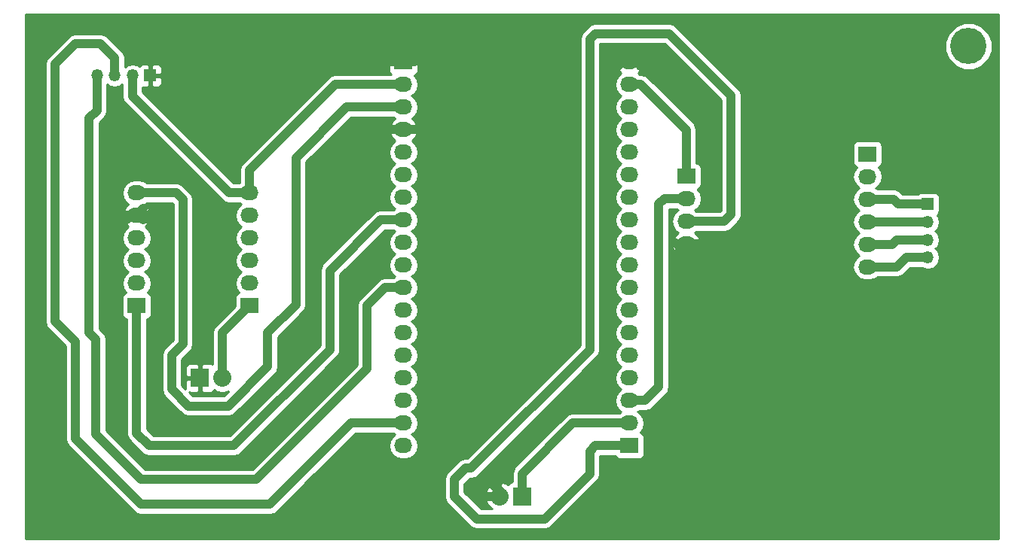
<source format=gbr>
G04 #@! TF.FileFunction,Copper,L2,Bot,Signal*
%FSLAX46Y46*%
G04 Gerber Fmt 4.6, Leading zero omitted, Abs format (unit mm)*
G04 Created by KiCad (PCBNEW 4.0.2+dfsg1-stable) date Fri 02 Mar 2018 05:51:11 PM -05*
%MOMM*%
G01*
G04 APERTURE LIST*
%ADD10C,0.100000*%
%ADD11R,2.032000X1.727200*%
%ADD12O,2.032000X1.727200*%
%ADD13R,2.032000X2.032000*%
%ADD14O,2.032000X2.032000*%
%ADD15R,1.350000X1.350000*%
%ADD16O,1.350000X1.350000*%
%ADD17C,4.064000*%
%ADD18C,1.000000*%
%ADD19C,0.254000*%
G04 APERTURE END LIST*
D10*
D11*
X104648000Y-83312000D03*
D12*
X104648000Y-80772000D03*
X104648000Y-78232000D03*
X104648000Y-75692000D03*
X104648000Y-73152000D03*
X104648000Y-70612000D03*
D11*
X166420800Y-68732400D03*
D12*
X166420800Y-71272400D03*
X166420800Y-73812400D03*
X166420800Y-76352400D03*
D11*
X186753500Y-66230500D03*
D12*
X186753500Y-68770500D03*
X186753500Y-71310500D03*
X186753500Y-73850500D03*
X186753500Y-76390500D03*
X186753500Y-78930500D03*
D11*
X117348000Y-83312000D03*
D12*
X117348000Y-80772000D03*
X117348000Y-78232000D03*
X117348000Y-75692000D03*
X117348000Y-73152000D03*
X117348000Y-70612000D03*
D13*
X147955000Y-104775000D03*
D14*
X145415000Y-104775000D03*
D13*
X111760000Y-91440000D03*
D14*
X114300000Y-91440000D03*
D11*
X134620000Y-55880000D03*
D12*
X134620000Y-58420000D03*
X134620000Y-60960000D03*
X134620000Y-63500000D03*
X134620000Y-66040000D03*
X134620000Y-68580000D03*
X134620000Y-71120000D03*
X134620000Y-73660000D03*
X134620000Y-76200000D03*
X134620000Y-78740000D03*
X134620000Y-81280000D03*
X134620000Y-83820000D03*
X134620000Y-86360000D03*
X134620000Y-88900000D03*
X134620000Y-91440000D03*
X134620000Y-93980000D03*
X134620000Y-96520000D03*
X134620000Y-99060000D03*
D11*
X160020000Y-99060000D03*
D12*
X160020000Y-96520000D03*
X160020000Y-93980000D03*
X160020000Y-91440000D03*
X160020000Y-88900000D03*
X160020000Y-86360000D03*
X160020000Y-83820000D03*
X160020000Y-81280000D03*
X160020000Y-78740000D03*
X160020000Y-76200000D03*
X160020000Y-73660000D03*
X160020000Y-71120000D03*
X160020000Y-68580000D03*
X160020000Y-66040000D03*
X160020000Y-63500000D03*
X160020000Y-60960000D03*
X160020000Y-58420000D03*
X160020000Y-55880000D03*
D15*
X106172000Y-57404000D03*
D16*
X104172000Y-57404000D03*
X102172000Y-57404000D03*
X100172000Y-57404000D03*
D15*
X193548000Y-71882000D03*
D16*
X193548000Y-73882000D03*
X193548000Y-75882000D03*
X193548000Y-77882000D03*
D17*
X198120000Y-54102000D03*
X198120000Y-106426000D03*
X95758000Y-106426000D03*
D18*
X104172000Y-57404000D02*
X104172000Y-59722000D01*
X115062000Y-70612000D02*
X117348000Y-70612000D01*
X104172000Y-59722000D02*
X115062000Y-70612000D01*
X117348000Y-70612000D02*
X117348000Y-68072000D01*
X127000000Y-58420000D02*
X134620000Y-58420000D01*
X117348000Y-68072000D02*
X127000000Y-58420000D01*
X102172000Y-57404000D02*
X102172000Y-55436000D01*
X128778000Y-96520000D02*
X134620000Y-96520000D01*
X119634000Y-105664000D02*
X128778000Y-96520000D01*
X105156000Y-105664000D02*
X119634000Y-105664000D01*
X97790000Y-98298000D02*
X105156000Y-105664000D01*
X97790000Y-87376000D02*
X97790000Y-98298000D01*
X95504000Y-85090000D02*
X97790000Y-87376000D01*
X95504000Y-56134000D02*
X95504000Y-85090000D01*
X97790000Y-53848000D02*
X95504000Y-56134000D01*
X100584000Y-53848000D02*
X97790000Y-53848000D01*
X102172000Y-55436000D02*
X100584000Y-53848000D01*
X100172000Y-57404000D02*
X100172000Y-61372000D01*
X132588000Y-81280000D02*
X134620000Y-81280000D01*
X130556000Y-83312000D02*
X132588000Y-81280000D01*
X130556000Y-90424000D02*
X130556000Y-83312000D01*
X118110000Y-102870000D02*
X130556000Y-90424000D01*
X105156000Y-102870000D02*
X118110000Y-102870000D01*
X100076000Y-97790000D02*
X105156000Y-102870000D01*
X100076000Y-87122000D02*
X100076000Y-97790000D01*
X99314000Y-86360000D02*
X100076000Y-87122000D01*
X99314000Y-62230000D02*
X99314000Y-86360000D01*
X100172000Y-61372000D02*
X99314000Y-62230000D01*
X160020000Y-58420000D02*
X161290000Y-58420000D01*
X166420800Y-63550800D02*
X166420800Y-68732400D01*
X161290000Y-58420000D02*
X166420800Y-63550800D01*
X166420800Y-68732400D02*
X166420800Y-68376800D01*
X166420800Y-71272400D02*
X163931600Y-71272400D01*
X161798000Y-93980000D02*
X160020000Y-93980000D01*
X163322000Y-92456000D02*
X161798000Y-93980000D01*
X163322000Y-71882000D02*
X163322000Y-92456000D01*
X163931600Y-71272400D02*
X163322000Y-71882000D01*
X166420800Y-73812400D02*
X170662600Y-73812400D01*
X156210000Y-99060000D02*
X160020000Y-99060000D01*
X155575000Y-99695000D02*
X156210000Y-99060000D01*
X155575000Y-102235000D02*
X155575000Y-99695000D01*
X150495000Y-107315000D02*
X155575000Y-102235000D01*
X142875000Y-107315000D02*
X150495000Y-107315000D01*
X140335000Y-104775000D02*
X142875000Y-107315000D01*
X140335000Y-102870000D02*
X140335000Y-104775000D01*
X141605000Y-101600000D02*
X140335000Y-102870000D01*
X142240000Y-101600000D02*
X141605000Y-101600000D01*
X155575000Y-88265000D02*
X142240000Y-101600000D01*
X155575000Y-53340000D02*
X155575000Y-88265000D01*
X156210000Y-52705000D02*
X155575000Y-53340000D01*
X164465000Y-52705000D02*
X156210000Y-52705000D01*
X171450000Y-59690000D02*
X164465000Y-52705000D01*
X171450000Y-73025000D02*
X171450000Y-59690000D01*
X170662600Y-73812400D02*
X171450000Y-73025000D01*
X166573200Y-73660000D02*
X166420800Y-73812400D01*
X193548000Y-71882000D02*
X190246000Y-71882000D01*
X189674500Y-71310500D02*
X186753500Y-71310500D01*
X190246000Y-71882000D02*
X189674500Y-71310500D01*
X186753500Y-73850500D02*
X193516500Y-73850500D01*
X193516500Y-73850500D02*
X193548000Y-73882000D01*
X186753500Y-76390500D02*
X189547500Y-76390500D01*
X190056000Y-75882000D02*
X193548000Y-75882000D01*
X189547500Y-76390500D02*
X190056000Y-75882000D01*
X186753500Y-78930500D02*
X190055500Y-78930500D01*
X191104000Y-77882000D02*
X193548000Y-77882000D01*
X190055500Y-78930500D02*
X191104000Y-77882000D01*
X104648000Y-70612000D02*
X109093000Y-70612000D01*
X128270000Y-60960000D02*
X134620000Y-60960000D01*
X122555000Y-66675000D02*
X128270000Y-60960000D01*
X122555000Y-83185000D02*
X122555000Y-66675000D01*
X119380000Y-86360000D02*
X122555000Y-83185000D01*
X119380000Y-90170000D02*
X119380000Y-86360000D01*
X114935000Y-94615000D02*
X119380000Y-90170000D01*
X110490000Y-94615000D02*
X114935000Y-94615000D01*
X108585000Y-92710000D02*
X110490000Y-94615000D01*
X108585000Y-88900000D02*
X108585000Y-92710000D01*
X109855000Y-87630000D02*
X108585000Y-88900000D01*
X109855000Y-71374000D02*
X109855000Y-87630000D01*
X109093000Y-70612000D02*
X109855000Y-71374000D01*
X104521000Y-70675500D02*
X105092500Y-70675500D01*
X104648000Y-73152000D02*
X105537000Y-73152000D01*
X105537000Y-73152000D02*
X106045000Y-73660000D01*
X104648000Y-73152000D02*
X104902000Y-73152000D01*
X104902000Y-73152000D02*
X105410000Y-73660000D01*
X105410000Y-73660000D02*
X104648000Y-73152000D01*
X104648000Y-73152000D02*
X105410000Y-72390000D01*
X104648000Y-73152000D02*
X105918000Y-73152000D01*
X105918000Y-73152000D02*
X106045000Y-73025000D01*
X104648000Y-73152000D02*
X102997000Y-73152000D01*
X102997000Y-73152000D02*
X102870000Y-73025000D01*
X104648000Y-73152000D02*
X104013000Y-73152000D01*
X104013000Y-73152000D02*
X103505000Y-73660000D01*
X145415000Y-104775000D02*
X143510000Y-104775000D01*
X145415000Y-104775000D02*
X145415000Y-104140000D01*
X145415000Y-104140000D02*
X144780000Y-103505000D01*
X134620000Y-63500000D02*
X132715000Y-63500000D01*
X134620000Y-63500000D02*
X136525000Y-63500000D01*
X160020000Y-55880000D02*
X159004000Y-55880000D01*
X159004000Y-55880000D02*
X158496000Y-55372000D01*
X160020000Y-55880000D02*
X161036000Y-55880000D01*
X161036000Y-55880000D02*
X161290000Y-56134000D01*
X161290000Y-56134000D02*
X161290000Y-56388000D01*
X161036000Y-55880000D02*
X161290000Y-55626000D01*
X161290000Y-55626000D02*
X160274000Y-55626000D01*
X160274000Y-55626000D02*
X160528000Y-55372000D01*
X160528000Y-55372000D02*
X161544000Y-55372000D01*
X160020000Y-55880000D02*
X159258000Y-55880000D01*
X159258000Y-55880000D02*
X158750000Y-56388000D01*
X160020000Y-55880000D02*
X160020000Y-55372000D01*
X160020000Y-55372000D02*
X159512000Y-54864000D01*
X160020000Y-55880000D02*
X159766000Y-55880000D01*
X159766000Y-55880000D02*
X159004000Y-55118000D01*
X160020000Y-55880000D02*
X160020000Y-55626000D01*
X160020000Y-55626000D02*
X161290000Y-54356000D01*
X134620000Y-55880000D02*
X135890000Y-55880000D01*
X135890000Y-55880000D02*
X136398000Y-55372000D01*
X134620000Y-55880000D02*
X134620000Y-54864000D01*
X134620000Y-54864000D02*
X135128000Y-54356000D01*
X134620000Y-55880000D02*
X134620000Y-55118000D01*
X134620000Y-55118000D02*
X134112000Y-54610000D01*
X134620000Y-55880000D02*
X133350000Y-55880000D01*
X133350000Y-55880000D02*
X132842000Y-55372000D01*
X134620000Y-55880000D02*
X133096000Y-54356000D01*
X134620000Y-55880000D02*
X135890000Y-54610000D01*
X166420800Y-76352400D02*
X166420800Y-76403200D01*
X166420800Y-76403200D02*
X165608000Y-77216000D01*
X165608000Y-77216000D02*
X166420800Y-77216000D01*
X166420800Y-77216000D02*
X168656000Y-77216000D01*
X168656000Y-77216000D02*
X168656000Y-76352400D01*
X168656000Y-76352400D02*
X166420800Y-76352400D01*
X166420800Y-76352400D02*
X166420800Y-76504800D01*
X166420800Y-76504800D02*
X167132000Y-77216000D01*
X166420800Y-76352400D02*
X166420800Y-77419200D01*
X166420800Y-77419200D02*
X166116000Y-77724000D01*
X166420800Y-76352400D02*
X165252400Y-76352400D01*
X165252400Y-76352400D02*
X165100000Y-76200000D01*
X104648000Y-83312000D02*
X104648000Y-97663000D01*
X132080000Y-73660000D02*
X134620000Y-73660000D01*
X126365000Y-79375000D02*
X132080000Y-73660000D01*
X126365000Y-88265000D02*
X126365000Y-79375000D01*
X115570000Y-99060000D02*
X126365000Y-88265000D01*
X106045000Y-99060000D02*
X115570000Y-99060000D01*
X104648000Y-97663000D02*
X106045000Y-99060000D01*
X114300000Y-91440000D02*
X114300000Y-86360000D01*
X114300000Y-86360000D02*
X117348000Y-83312000D01*
X147955000Y-104775000D02*
X147955000Y-102235000D01*
X153670000Y-96520000D02*
X160020000Y-96520000D01*
X147955000Y-102235000D02*
X153670000Y-96520000D01*
D19*
G36*
X201474000Y-109526000D02*
X92150000Y-109526000D01*
X92150000Y-56134000D01*
X94369000Y-56134000D01*
X94369000Y-85090000D01*
X94455397Y-85524346D01*
X94477506Y-85557434D01*
X94701434Y-85892566D01*
X96655000Y-87846132D01*
X96655000Y-98298000D01*
X96741397Y-98732346D01*
X96960329Y-99060000D01*
X96987434Y-99100566D01*
X104353434Y-106466566D01*
X104721654Y-106712603D01*
X105156000Y-106799000D01*
X119634000Y-106799000D01*
X120068346Y-106712603D01*
X120436566Y-106466566D01*
X124033132Y-102870000D01*
X139200000Y-102870000D01*
X139200000Y-104775000D01*
X139286397Y-105209346D01*
X139532434Y-105577566D01*
X142072433Y-108117566D01*
X142440654Y-108363603D01*
X142875000Y-108450000D01*
X150495000Y-108450000D01*
X150929346Y-108363603D01*
X151297566Y-108117566D01*
X156377566Y-103037566D01*
X156579734Y-102735000D01*
X156623603Y-102669346D01*
X156710000Y-102235000D01*
X156710000Y-100195000D01*
X158424057Y-100195000D01*
X158539910Y-100375041D01*
X158752110Y-100520031D01*
X159004000Y-100571040D01*
X161036000Y-100571040D01*
X161271317Y-100526762D01*
X161487441Y-100387690D01*
X161632431Y-100175490D01*
X161683440Y-99923600D01*
X161683440Y-98196400D01*
X161639162Y-97961083D01*
X161500090Y-97744959D01*
X161287890Y-97599969D01*
X161246561Y-97591600D01*
X161264415Y-97579670D01*
X161589271Y-97093489D01*
X161703345Y-96520000D01*
X161589271Y-95946511D01*
X161264415Y-95460330D01*
X160949634Y-95250000D01*
X161151676Y-95115000D01*
X161798000Y-95115000D01*
X162232346Y-95028603D01*
X162600566Y-94782566D01*
X164124566Y-93258567D01*
X164370603Y-92890346D01*
X164420444Y-92639778D01*
X164457000Y-92456000D01*
X164457000Y-76711426D01*
X164813442Y-76711426D01*
X164816091Y-76727191D01*
X165070068Y-77254436D01*
X165506480Y-77644354D01*
X166058887Y-77837584D01*
X166293800Y-77693324D01*
X166293800Y-76479400D01*
X166547800Y-76479400D01*
X166547800Y-77693324D01*
X166782713Y-77837584D01*
X167335120Y-77644354D01*
X167771532Y-77254436D01*
X168025509Y-76727191D01*
X168028158Y-76711426D01*
X167907017Y-76479400D01*
X166547800Y-76479400D01*
X166293800Y-76479400D01*
X164934583Y-76479400D01*
X164813442Y-76711426D01*
X164457000Y-76711426D01*
X164457000Y-72407400D01*
X165289124Y-72407400D01*
X165491166Y-72542400D01*
X165176385Y-72752730D01*
X164851529Y-73238911D01*
X164737455Y-73812400D01*
X164851529Y-74385889D01*
X165176385Y-74872070D01*
X165485869Y-75078861D01*
X165070068Y-75450364D01*
X164816091Y-75977609D01*
X164813442Y-75993374D01*
X164934583Y-76225400D01*
X166293800Y-76225400D01*
X166293800Y-76205400D01*
X166547800Y-76205400D01*
X166547800Y-76225400D01*
X167907017Y-76225400D01*
X168028158Y-75993374D01*
X168025509Y-75977609D01*
X167771532Y-75450364D01*
X167355731Y-75078861D01*
X167552476Y-74947400D01*
X170662600Y-74947400D01*
X171096946Y-74861003D01*
X171465166Y-74614966D01*
X172252566Y-73827566D01*
X172364530Y-73660000D01*
X172498603Y-73459346D01*
X172585000Y-73025000D01*
X172585000Y-68770500D01*
X185070155Y-68770500D01*
X185184229Y-69343989D01*
X185509085Y-69830170D01*
X185823866Y-70040500D01*
X185509085Y-70250830D01*
X185184229Y-70737011D01*
X185070155Y-71310500D01*
X185184229Y-71883989D01*
X185509085Y-72370170D01*
X185823866Y-72580500D01*
X185509085Y-72790830D01*
X185184229Y-73277011D01*
X185070155Y-73850500D01*
X185184229Y-74423989D01*
X185509085Y-74910170D01*
X185823866Y-75120500D01*
X185509085Y-75330830D01*
X185184229Y-75817011D01*
X185070155Y-76390500D01*
X185184229Y-76963989D01*
X185509085Y-77450170D01*
X185823866Y-77660500D01*
X185509085Y-77870830D01*
X185184229Y-78357011D01*
X185070155Y-78930500D01*
X185184229Y-79503989D01*
X185509085Y-79990170D01*
X185995266Y-80315026D01*
X186568755Y-80429100D01*
X186938245Y-80429100D01*
X187511734Y-80315026D01*
X187885176Y-80065500D01*
X190055500Y-80065500D01*
X190489846Y-79979103D01*
X190858066Y-79733066D01*
X191574132Y-79017000D01*
X192908353Y-79017000D01*
X193021021Y-79092282D01*
X193522336Y-79192000D01*
X193573664Y-79192000D01*
X194074979Y-79092282D01*
X194499974Y-78808310D01*
X194783946Y-78383315D01*
X194883664Y-77882000D01*
X194783946Y-77380685D01*
X194499974Y-76955690D01*
X194389689Y-76882000D01*
X194499974Y-76808310D01*
X194783946Y-76383315D01*
X194883664Y-75882000D01*
X194783946Y-75380685D01*
X194499974Y-74955690D01*
X194389689Y-74882000D01*
X194499974Y-74808310D01*
X194783946Y-74383315D01*
X194883664Y-73882000D01*
X194783946Y-73380685D01*
X194582992Y-73079936D01*
X194674441Y-73021090D01*
X194819431Y-72808890D01*
X194870440Y-72557000D01*
X194870440Y-71207000D01*
X194826162Y-70971683D01*
X194687090Y-70755559D01*
X194474890Y-70610569D01*
X194223000Y-70559560D01*
X192873000Y-70559560D01*
X192637683Y-70603838D01*
X192421559Y-70742910D01*
X192418764Y-70747000D01*
X190716132Y-70747000D01*
X190477066Y-70507934D01*
X190203880Y-70325397D01*
X190108846Y-70261897D01*
X189674500Y-70175500D01*
X187885176Y-70175500D01*
X187683134Y-70040500D01*
X187997915Y-69830170D01*
X188322771Y-69343989D01*
X188436845Y-68770500D01*
X188322771Y-68197011D01*
X187997915Y-67710830D01*
X187983587Y-67701257D01*
X188004817Y-67697262D01*
X188220941Y-67558190D01*
X188365931Y-67345990D01*
X188416940Y-67094100D01*
X188416940Y-65366900D01*
X188372662Y-65131583D01*
X188233590Y-64915459D01*
X188021390Y-64770469D01*
X187769500Y-64719460D01*
X185737500Y-64719460D01*
X185502183Y-64763738D01*
X185286059Y-64902810D01*
X185141069Y-65115010D01*
X185090060Y-65366900D01*
X185090060Y-67094100D01*
X185134338Y-67329417D01*
X185273410Y-67545541D01*
X185485610Y-67690531D01*
X185526939Y-67698900D01*
X185509085Y-67710830D01*
X185184229Y-68197011D01*
X185070155Y-68770500D01*
X172585000Y-68770500D01*
X172585000Y-59690000D01*
X172498603Y-59255654D01*
X172252566Y-58887434D01*
X167995304Y-54630172D01*
X195452538Y-54630172D01*
X195857709Y-55610761D01*
X196607293Y-56361655D01*
X197587173Y-56768536D01*
X198648172Y-56769462D01*
X199628761Y-56364291D01*
X200379655Y-55614707D01*
X200786536Y-54634827D01*
X200787462Y-53573828D01*
X200382291Y-52593239D01*
X199632707Y-51842345D01*
X198652827Y-51435464D01*
X197591828Y-51434538D01*
X196611239Y-51839709D01*
X195860345Y-52589293D01*
X195453464Y-53569173D01*
X195452538Y-54630172D01*
X167995304Y-54630172D01*
X165267566Y-51902434D01*
X164899346Y-51656397D01*
X164465000Y-51570000D01*
X156210000Y-51570000D01*
X155775655Y-51656396D01*
X155407434Y-51902434D01*
X154772434Y-52537434D01*
X154526397Y-52905654D01*
X154440000Y-53340000D01*
X154440000Y-87794868D01*
X141769868Y-100465000D01*
X141605000Y-100465000D01*
X141170654Y-100551397D01*
X140882998Y-100743603D01*
X140802434Y-100797434D01*
X139532434Y-102067434D01*
X139286397Y-102435654D01*
X139200000Y-102870000D01*
X124033132Y-102870000D01*
X129248132Y-97655000D01*
X133488324Y-97655000D01*
X133690366Y-97790000D01*
X133375585Y-98000330D01*
X133050729Y-98486511D01*
X132936655Y-99060000D01*
X133050729Y-99633489D01*
X133375585Y-100119670D01*
X133861766Y-100444526D01*
X134435255Y-100558600D01*
X134804745Y-100558600D01*
X135378234Y-100444526D01*
X135864415Y-100119670D01*
X136189271Y-99633489D01*
X136303345Y-99060000D01*
X136189271Y-98486511D01*
X135864415Y-98000330D01*
X135549634Y-97790000D01*
X135864415Y-97579670D01*
X136189271Y-97093489D01*
X136303345Y-96520000D01*
X136189271Y-95946511D01*
X135864415Y-95460330D01*
X135549634Y-95250000D01*
X135864415Y-95039670D01*
X136189271Y-94553489D01*
X136303345Y-93980000D01*
X136189271Y-93406511D01*
X135864415Y-92920330D01*
X135549634Y-92710000D01*
X135864415Y-92499670D01*
X136189271Y-92013489D01*
X136303345Y-91440000D01*
X136189271Y-90866511D01*
X135864415Y-90380330D01*
X135549634Y-90170000D01*
X135864415Y-89959670D01*
X136189271Y-89473489D01*
X136303345Y-88900000D01*
X136189271Y-88326511D01*
X135864415Y-87840330D01*
X135549634Y-87630000D01*
X135864415Y-87419670D01*
X136189271Y-86933489D01*
X136303345Y-86360000D01*
X136189271Y-85786511D01*
X135864415Y-85300330D01*
X135549634Y-85090000D01*
X135864415Y-84879670D01*
X136189271Y-84393489D01*
X136303345Y-83820000D01*
X136189271Y-83246511D01*
X135864415Y-82760330D01*
X135549634Y-82550000D01*
X135864415Y-82339670D01*
X136189271Y-81853489D01*
X136303345Y-81280000D01*
X136189271Y-80706511D01*
X135864415Y-80220330D01*
X135549634Y-80010000D01*
X135864415Y-79799670D01*
X136189271Y-79313489D01*
X136303345Y-78740000D01*
X136189271Y-78166511D01*
X135864415Y-77680330D01*
X135549634Y-77470000D01*
X135864415Y-77259670D01*
X136189271Y-76773489D01*
X136303345Y-76200000D01*
X136189271Y-75626511D01*
X135864415Y-75140330D01*
X135549634Y-74930000D01*
X135864415Y-74719670D01*
X136189271Y-74233489D01*
X136303345Y-73660000D01*
X136189271Y-73086511D01*
X135864415Y-72600330D01*
X135549634Y-72390000D01*
X135864415Y-72179670D01*
X136189271Y-71693489D01*
X136303345Y-71120000D01*
X136189271Y-70546511D01*
X135864415Y-70060330D01*
X135549634Y-69850000D01*
X135864415Y-69639670D01*
X136189271Y-69153489D01*
X136303345Y-68580000D01*
X136189271Y-68006511D01*
X135864415Y-67520330D01*
X135549634Y-67310000D01*
X135864415Y-67099670D01*
X136189271Y-66613489D01*
X136303345Y-66040000D01*
X136189271Y-65466511D01*
X135864415Y-64980330D01*
X135554931Y-64773539D01*
X135970732Y-64402036D01*
X136224709Y-63874791D01*
X136227358Y-63859026D01*
X136106217Y-63627000D01*
X134747000Y-63627000D01*
X134747000Y-63647000D01*
X134493000Y-63647000D01*
X134493000Y-63627000D01*
X133133783Y-63627000D01*
X133012642Y-63859026D01*
X133015291Y-63874791D01*
X133269268Y-64402036D01*
X133685069Y-64773539D01*
X133375585Y-64980330D01*
X133050729Y-65466511D01*
X132936655Y-66040000D01*
X133050729Y-66613489D01*
X133375585Y-67099670D01*
X133690366Y-67310000D01*
X133375585Y-67520330D01*
X133050729Y-68006511D01*
X132936655Y-68580000D01*
X133050729Y-69153489D01*
X133375585Y-69639670D01*
X133690366Y-69850000D01*
X133375585Y-70060330D01*
X133050729Y-70546511D01*
X132936655Y-71120000D01*
X133050729Y-71693489D01*
X133375585Y-72179670D01*
X133690366Y-72390000D01*
X133488324Y-72525000D01*
X132080000Y-72525000D01*
X131645655Y-72611396D01*
X131277434Y-72857433D01*
X125562434Y-78572434D01*
X125316397Y-78940654D01*
X125230000Y-79375000D01*
X125230000Y-87794868D01*
X115099868Y-97925000D01*
X106515132Y-97925000D01*
X105783000Y-97192868D01*
X105783000Y-84800649D01*
X105899317Y-84778762D01*
X106115441Y-84639690D01*
X106260431Y-84427490D01*
X106311440Y-84175600D01*
X106311440Y-82448400D01*
X106267162Y-82213083D01*
X106128090Y-81996959D01*
X105915890Y-81851969D01*
X105874561Y-81843600D01*
X105892415Y-81831670D01*
X106217271Y-81345489D01*
X106331345Y-80772000D01*
X106217271Y-80198511D01*
X105892415Y-79712330D01*
X105577634Y-79502000D01*
X105892415Y-79291670D01*
X106217271Y-78805489D01*
X106331345Y-78232000D01*
X106217271Y-77658511D01*
X105892415Y-77172330D01*
X105577634Y-76962000D01*
X105892415Y-76751670D01*
X106217271Y-76265489D01*
X106331345Y-75692000D01*
X106217271Y-75118511D01*
X105892415Y-74632330D01*
X105582931Y-74425539D01*
X105998732Y-74054036D01*
X106252709Y-73526791D01*
X106255358Y-73511026D01*
X106134217Y-73279000D01*
X104775000Y-73279000D01*
X104775000Y-73299000D01*
X104521000Y-73299000D01*
X104521000Y-73279000D01*
X103161783Y-73279000D01*
X103040642Y-73511026D01*
X103043291Y-73526791D01*
X103297268Y-74054036D01*
X103713069Y-74425539D01*
X103403585Y-74632330D01*
X103078729Y-75118511D01*
X102964655Y-75692000D01*
X103078729Y-76265489D01*
X103403585Y-76751670D01*
X103718366Y-76962000D01*
X103403585Y-77172330D01*
X103078729Y-77658511D01*
X102964655Y-78232000D01*
X103078729Y-78805489D01*
X103403585Y-79291670D01*
X103718366Y-79502000D01*
X103403585Y-79712330D01*
X103078729Y-80198511D01*
X102964655Y-80772000D01*
X103078729Y-81345489D01*
X103403585Y-81831670D01*
X103417913Y-81841243D01*
X103396683Y-81845238D01*
X103180559Y-81984310D01*
X103035569Y-82196510D01*
X102984560Y-82448400D01*
X102984560Y-84175600D01*
X103028838Y-84410917D01*
X103167910Y-84627041D01*
X103380110Y-84772031D01*
X103513000Y-84798942D01*
X103513000Y-97663000D01*
X103599397Y-98097346D01*
X103733470Y-98298000D01*
X103845434Y-98465566D01*
X105242434Y-99862566D01*
X105610654Y-100108603D01*
X106045000Y-100195000D01*
X115570000Y-100195000D01*
X116004346Y-100108603D01*
X116372566Y-99862566D01*
X127167566Y-89067566D01*
X127413603Y-88699346D01*
X127460087Y-88465654D01*
X127500000Y-88265000D01*
X127500000Y-79845132D01*
X132550133Y-74795000D01*
X133488324Y-74795000D01*
X133690366Y-74930000D01*
X133375585Y-75140330D01*
X133050729Y-75626511D01*
X132936655Y-76200000D01*
X133050729Y-76773489D01*
X133375585Y-77259670D01*
X133690366Y-77470000D01*
X133375585Y-77680330D01*
X133050729Y-78166511D01*
X132936655Y-78740000D01*
X133050729Y-79313489D01*
X133375585Y-79799670D01*
X133690366Y-80010000D01*
X133488324Y-80145000D01*
X132588000Y-80145000D01*
X132153654Y-80231397D01*
X131865998Y-80423603D01*
X131785434Y-80477434D01*
X129753434Y-82509434D01*
X129507397Y-82877654D01*
X129421000Y-83312000D01*
X129421000Y-89953868D01*
X117639868Y-101735000D01*
X105626132Y-101735000D01*
X101211000Y-97319868D01*
X101211000Y-87122000D01*
X101124603Y-86687654D01*
X100878566Y-86319434D01*
X100449000Y-85889868D01*
X100449000Y-62700132D01*
X100974566Y-62174566D01*
X101078064Y-62019670D01*
X101220603Y-61806346D01*
X101307000Y-61372000D01*
X101307000Y-58396940D01*
X101670685Y-58639946D01*
X102172000Y-58739664D01*
X102673315Y-58639946D01*
X103037000Y-58396940D01*
X103037000Y-59722000D01*
X103123397Y-60156346D01*
X103348052Y-60492566D01*
X103369434Y-60524566D01*
X114259434Y-71414566D01*
X114627655Y-71660604D01*
X115062000Y-71747000D01*
X116216324Y-71747000D01*
X116418366Y-71882000D01*
X116103585Y-72092330D01*
X115778729Y-72578511D01*
X115664655Y-73152000D01*
X115778729Y-73725489D01*
X116103585Y-74211670D01*
X116418366Y-74422000D01*
X116103585Y-74632330D01*
X115778729Y-75118511D01*
X115664655Y-75692000D01*
X115778729Y-76265489D01*
X116103585Y-76751670D01*
X116418366Y-76962000D01*
X116103585Y-77172330D01*
X115778729Y-77658511D01*
X115664655Y-78232000D01*
X115778729Y-78805489D01*
X116103585Y-79291670D01*
X116418366Y-79502000D01*
X116103585Y-79712330D01*
X115778729Y-80198511D01*
X115664655Y-80772000D01*
X115778729Y-81345489D01*
X116103585Y-81831670D01*
X116117913Y-81841243D01*
X116096683Y-81845238D01*
X115880559Y-81984310D01*
X115735569Y-82196510D01*
X115684560Y-82448400D01*
X115684560Y-83370308D01*
X113497434Y-85557434D01*
X113251397Y-85925654D01*
X113165000Y-86360000D01*
X113165000Y-89914974D01*
X113135699Y-89885673D01*
X112902310Y-89789000D01*
X112045750Y-89789000D01*
X111887000Y-89947750D01*
X111887000Y-91313000D01*
X111907000Y-91313000D01*
X111907000Y-91567000D01*
X111887000Y-91567000D01*
X111887000Y-92932250D01*
X112045750Y-93091000D01*
X112902310Y-93091000D01*
X113135699Y-92994327D01*
X113314327Y-92815698D01*
X113331999Y-92773034D01*
X113668190Y-92997670D01*
X114300000Y-93123345D01*
X114931810Y-92997670D01*
X114978184Y-92966684D01*
X114464868Y-93480000D01*
X110960132Y-93480000D01*
X110538210Y-93058078D01*
X110617690Y-93091000D01*
X111474250Y-93091000D01*
X111633000Y-92932250D01*
X111633000Y-91567000D01*
X110267750Y-91567000D01*
X110109000Y-91725750D01*
X110109000Y-92582309D01*
X110141922Y-92661790D01*
X109720000Y-92239868D01*
X109720000Y-90297691D01*
X110109000Y-90297691D01*
X110109000Y-91154250D01*
X110267750Y-91313000D01*
X111633000Y-91313000D01*
X111633000Y-89947750D01*
X111474250Y-89789000D01*
X110617690Y-89789000D01*
X110384301Y-89885673D01*
X110205673Y-90064302D01*
X110109000Y-90297691D01*
X109720000Y-90297691D01*
X109720000Y-89370132D01*
X110657566Y-88432566D01*
X110769530Y-88265000D01*
X110903603Y-88064346D01*
X110990000Y-87630000D01*
X110990000Y-71374000D01*
X110903603Y-70939654D01*
X110657566Y-70571434D01*
X109895566Y-69809434D01*
X109622380Y-69626897D01*
X109527346Y-69563397D01*
X109093000Y-69477000D01*
X105779676Y-69477000D01*
X105406234Y-69227474D01*
X104832745Y-69113400D01*
X104463255Y-69113400D01*
X103889766Y-69227474D01*
X103403585Y-69552330D01*
X103078729Y-70038511D01*
X102964655Y-70612000D01*
X103078729Y-71185489D01*
X103403585Y-71671670D01*
X103713069Y-71878461D01*
X103297268Y-72249964D01*
X103043291Y-72777209D01*
X103040642Y-72792974D01*
X103161783Y-73025000D01*
X104521000Y-73025000D01*
X104521000Y-73005000D01*
X104775000Y-73005000D01*
X104775000Y-73025000D01*
X106134217Y-73025000D01*
X106255358Y-72792974D01*
X106252709Y-72777209D01*
X105998732Y-72249964D01*
X105582931Y-71878461D01*
X105779676Y-71747000D01*
X108622868Y-71747000D01*
X108720000Y-71844132D01*
X108720000Y-87159868D01*
X107782434Y-88097434D01*
X107536397Y-88465654D01*
X107450000Y-88900000D01*
X107450000Y-92710000D01*
X107536397Y-93144346D01*
X107711570Y-93406511D01*
X107782434Y-93512566D01*
X109687434Y-95417566D01*
X110055654Y-95663603D01*
X110490000Y-95750000D01*
X114935000Y-95750000D01*
X115369346Y-95663603D01*
X115737566Y-95417566D01*
X120182566Y-90972566D01*
X120314011Y-90775845D01*
X120428603Y-90604346D01*
X120515000Y-90170000D01*
X120515000Y-86830132D01*
X123357566Y-83987566D01*
X123469530Y-83820000D01*
X123603603Y-83619346D01*
X123690000Y-83185000D01*
X123690000Y-67145132D01*
X128740133Y-62095000D01*
X133488324Y-62095000D01*
X133685069Y-62226461D01*
X133269268Y-62597964D01*
X133015291Y-63125209D01*
X133012642Y-63140974D01*
X133133783Y-63373000D01*
X134493000Y-63373000D01*
X134493000Y-63353000D01*
X134747000Y-63353000D01*
X134747000Y-63373000D01*
X136106217Y-63373000D01*
X136227358Y-63140974D01*
X136224709Y-63125209D01*
X135970732Y-62597964D01*
X135554931Y-62226461D01*
X135864415Y-62019670D01*
X136189271Y-61533489D01*
X136303345Y-60960000D01*
X136189271Y-60386511D01*
X135864415Y-59900330D01*
X135549634Y-59690000D01*
X135864415Y-59479670D01*
X136189271Y-58993489D01*
X136303345Y-58420000D01*
X136189271Y-57846511D01*
X135864415Y-57360330D01*
X135842220Y-57345500D01*
X135995698Y-57281927D01*
X136174327Y-57103299D01*
X136271000Y-56869910D01*
X136271000Y-56165750D01*
X136112250Y-56007000D01*
X134747000Y-56007000D01*
X134747000Y-56027000D01*
X134493000Y-56027000D01*
X134493000Y-56007000D01*
X133127750Y-56007000D01*
X132969000Y-56165750D01*
X132969000Y-56869910D01*
X133065673Y-57103299D01*
X133244302Y-57281927D01*
X133251721Y-57285000D01*
X127000000Y-57285000D01*
X126565654Y-57371397D01*
X126197434Y-57617434D01*
X116545434Y-67269434D01*
X116299397Y-67637654D01*
X116213000Y-68072000D01*
X116213000Y-69477000D01*
X115532132Y-69477000D01*
X105307000Y-59251868D01*
X105307000Y-58687619D01*
X105370690Y-58714000D01*
X105886250Y-58714000D01*
X106045000Y-58555250D01*
X106045000Y-57531000D01*
X106299000Y-57531000D01*
X106299000Y-58555250D01*
X106457750Y-58714000D01*
X106973310Y-58714000D01*
X107206699Y-58617327D01*
X107385327Y-58438698D01*
X107482000Y-58205309D01*
X107482000Y-57689750D01*
X107323250Y-57531000D01*
X106299000Y-57531000D01*
X106045000Y-57531000D01*
X106025000Y-57531000D01*
X106025000Y-57277000D01*
X106045000Y-57277000D01*
X106045000Y-56252750D01*
X106299000Y-56252750D01*
X106299000Y-57277000D01*
X107323250Y-57277000D01*
X107482000Y-57118250D01*
X107482000Y-56602691D01*
X107385327Y-56369302D01*
X107206699Y-56190673D01*
X106973310Y-56094000D01*
X106457750Y-56094000D01*
X106299000Y-56252750D01*
X106045000Y-56252750D01*
X105886250Y-56094000D01*
X105370690Y-56094000D01*
X105137301Y-56190673D01*
X104965014Y-56362961D01*
X104673315Y-56168054D01*
X104172000Y-56068336D01*
X103670685Y-56168054D01*
X103307000Y-56411060D01*
X103307000Y-55436000D01*
X103220603Y-55001654D01*
X103146059Y-54890090D01*
X132969000Y-54890090D01*
X132969000Y-55594250D01*
X133127750Y-55753000D01*
X134493000Y-55753000D01*
X134493000Y-54540150D01*
X134747000Y-54540150D01*
X134747000Y-55753000D01*
X136112250Y-55753000D01*
X136271000Y-55594250D01*
X136271000Y-54890090D01*
X136174327Y-54656701D01*
X135995698Y-54478073D01*
X135762309Y-54381400D01*
X134905750Y-54381400D01*
X134747000Y-54540150D01*
X134493000Y-54540150D01*
X134334250Y-54381400D01*
X133477691Y-54381400D01*
X133244302Y-54478073D01*
X133065673Y-54656701D01*
X132969000Y-54890090D01*
X103146059Y-54890090D01*
X102974566Y-54633434D01*
X101386566Y-53045434D01*
X101177372Y-52905655D01*
X101018346Y-52799397D01*
X100584000Y-52713000D01*
X97790000Y-52713000D01*
X97355654Y-52799397D01*
X97196628Y-52905655D01*
X96987434Y-53045434D01*
X94701434Y-55331434D01*
X94455397Y-55699654D01*
X94369000Y-56134000D01*
X92150000Y-56134000D01*
X92150000Y-50494000D01*
X201474000Y-50494000D01*
X201474000Y-109526000D01*
X201474000Y-109526000D01*
G37*
X201474000Y-109526000D02*
X92150000Y-109526000D01*
X92150000Y-56134000D01*
X94369000Y-56134000D01*
X94369000Y-85090000D01*
X94455397Y-85524346D01*
X94477506Y-85557434D01*
X94701434Y-85892566D01*
X96655000Y-87846132D01*
X96655000Y-98298000D01*
X96741397Y-98732346D01*
X96960329Y-99060000D01*
X96987434Y-99100566D01*
X104353434Y-106466566D01*
X104721654Y-106712603D01*
X105156000Y-106799000D01*
X119634000Y-106799000D01*
X120068346Y-106712603D01*
X120436566Y-106466566D01*
X124033132Y-102870000D01*
X139200000Y-102870000D01*
X139200000Y-104775000D01*
X139286397Y-105209346D01*
X139532434Y-105577566D01*
X142072433Y-108117566D01*
X142440654Y-108363603D01*
X142875000Y-108450000D01*
X150495000Y-108450000D01*
X150929346Y-108363603D01*
X151297566Y-108117566D01*
X156377566Y-103037566D01*
X156579734Y-102735000D01*
X156623603Y-102669346D01*
X156710000Y-102235000D01*
X156710000Y-100195000D01*
X158424057Y-100195000D01*
X158539910Y-100375041D01*
X158752110Y-100520031D01*
X159004000Y-100571040D01*
X161036000Y-100571040D01*
X161271317Y-100526762D01*
X161487441Y-100387690D01*
X161632431Y-100175490D01*
X161683440Y-99923600D01*
X161683440Y-98196400D01*
X161639162Y-97961083D01*
X161500090Y-97744959D01*
X161287890Y-97599969D01*
X161246561Y-97591600D01*
X161264415Y-97579670D01*
X161589271Y-97093489D01*
X161703345Y-96520000D01*
X161589271Y-95946511D01*
X161264415Y-95460330D01*
X160949634Y-95250000D01*
X161151676Y-95115000D01*
X161798000Y-95115000D01*
X162232346Y-95028603D01*
X162600566Y-94782566D01*
X164124566Y-93258567D01*
X164370603Y-92890346D01*
X164420444Y-92639778D01*
X164457000Y-92456000D01*
X164457000Y-76711426D01*
X164813442Y-76711426D01*
X164816091Y-76727191D01*
X165070068Y-77254436D01*
X165506480Y-77644354D01*
X166058887Y-77837584D01*
X166293800Y-77693324D01*
X166293800Y-76479400D01*
X166547800Y-76479400D01*
X166547800Y-77693324D01*
X166782713Y-77837584D01*
X167335120Y-77644354D01*
X167771532Y-77254436D01*
X168025509Y-76727191D01*
X168028158Y-76711426D01*
X167907017Y-76479400D01*
X166547800Y-76479400D01*
X166293800Y-76479400D01*
X164934583Y-76479400D01*
X164813442Y-76711426D01*
X164457000Y-76711426D01*
X164457000Y-72407400D01*
X165289124Y-72407400D01*
X165491166Y-72542400D01*
X165176385Y-72752730D01*
X164851529Y-73238911D01*
X164737455Y-73812400D01*
X164851529Y-74385889D01*
X165176385Y-74872070D01*
X165485869Y-75078861D01*
X165070068Y-75450364D01*
X164816091Y-75977609D01*
X164813442Y-75993374D01*
X164934583Y-76225400D01*
X166293800Y-76225400D01*
X166293800Y-76205400D01*
X166547800Y-76205400D01*
X166547800Y-76225400D01*
X167907017Y-76225400D01*
X168028158Y-75993374D01*
X168025509Y-75977609D01*
X167771532Y-75450364D01*
X167355731Y-75078861D01*
X167552476Y-74947400D01*
X170662600Y-74947400D01*
X171096946Y-74861003D01*
X171465166Y-74614966D01*
X172252566Y-73827566D01*
X172364530Y-73660000D01*
X172498603Y-73459346D01*
X172585000Y-73025000D01*
X172585000Y-68770500D01*
X185070155Y-68770500D01*
X185184229Y-69343989D01*
X185509085Y-69830170D01*
X185823866Y-70040500D01*
X185509085Y-70250830D01*
X185184229Y-70737011D01*
X185070155Y-71310500D01*
X185184229Y-71883989D01*
X185509085Y-72370170D01*
X185823866Y-72580500D01*
X185509085Y-72790830D01*
X185184229Y-73277011D01*
X185070155Y-73850500D01*
X185184229Y-74423989D01*
X185509085Y-74910170D01*
X185823866Y-75120500D01*
X185509085Y-75330830D01*
X185184229Y-75817011D01*
X185070155Y-76390500D01*
X185184229Y-76963989D01*
X185509085Y-77450170D01*
X185823866Y-77660500D01*
X185509085Y-77870830D01*
X185184229Y-78357011D01*
X185070155Y-78930500D01*
X185184229Y-79503989D01*
X185509085Y-79990170D01*
X185995266Y-80315026D01*
X186568755Y-80429100D01*
X186938245Y-80429100D01*
X187511734Y-80315026D01*
X187885176Y-80065500D01*
X190055500Y-80065500D01*
X190489846Y-79979103D01*
X190858066Y-79733066D01*
X191574132Y-79017000D01*
X192908353Y-79017000D01*
X193021021Y-79092282D01*
X193522336Y-79192000D01*
X193573664Y-79192000D01*
X194074979Y-79092282D01*
X194499974Y-78808310D01*
X194783946Y-78383315D01*
X194883664Y-77882000D01*
X194783946Y-77380685D01*
X194499974Y-76955690D01*
X194389689Y-76882000D01*
X194499974Y-76808310D01*
X194783946Y-76383315D01*
X194883664Y-75882000D01*
X194783946Y-75380685D01*
X194499974Y-74955690D01*
X194389689Y-74882000D01*
X194499974Y-74808310D01*
X194783946Y-74383315D01*
X194883664Y-73882000D01*
X194783946Y-73380685D01*
X194582992Y-73079936D01*
X194674441Y-73021090D01*
X194819431Y-72808890D01*
X194870440Y-72557000D01*
X194870440Y-71207000D01*
X194826162Y-70971683D01*
X194687090Y-70755559D01*
X194474890Y-70610569D01*
X194223000Y-70559560D01*
X192873000Y-70559560D01*
X192637683Y-70603838D01*
X192421559Y-70742910D01*
X192418764Y-70747000D01*
X190716132Y-70747000D01*
X190477066Y-70507934D01*
X190203880Y-70325397D01*
X190108846Y-70261897D01*
X189674500Y-70175500D01*
X187885176Y-70175500D01*
X187683134Y-70040500D01*
X187997915Y-69830170D01*
X188322771Y-69343989D01*
X188436845Y-68770500D01*
X188322771Y-68197011D01*
X187997915Y-67710830D01*
X187983587Y-67701257D01*
X188004817Y-67697262D01*
X188220941Y-67558190D01*
X188365931Y-67345990D01*
X188416940Y-67094100D01*
X188416940Y-65366900D01*
X188372662Y-65131583D01*
X188233590Y-64915459D01*
X188021390Y-64770469D01*
X187769500Y-64719460D01*
X185737500Y-64719460D01*
X185502183Y-64763738D01*
X185286059Y-64902810D01*
X185141069Y-65115010D01*
X185090060Y-65366900D01*
X185090060Y-67094100D01*
X185134338Y-67329417D01*
X185273410Y-67545541D01*
X185485610Y-67690531D01*
X185526939Y-67698900D01*
X185509085Y-67710830D01*
X185184229Y-68197011D01*
X185070155Y-68770500D01*
X172585000Y-68770500D01*
X172585000Y-59690000D01*
X172498603Y-59255654D01*
X172252566Y-58887434D01*
X167995304Y-54630172D01*
X195452538Y-54630172D01*
X195857709Y-55610761D01*
X196607293Y-56361655D01*
X197587173Y-56768536D01*
X198648172Y-56769462D01*
X199628761Y-56364291D01*
X200379655Y-55614707D01*
X200786536Y-54634827D01*
X200787462Y-53573828D01*
X200382291Y-52593239D01*
X199632707Y-51842345D01*
X198652827Y-51435464D01*
X197591828Y-51434538D01*
X196611239Y-51839709D01*
X195860345Y-52589293D01*
X195453464Y-53569173D01*
X195452538Y-54630172D01*
X167995304Y-54630172D01*
X165267566Y-51902434D01*
X164899346Y-51656397D01*
X164465000Y-51570000D01*
X156210000Y-51570000D01*
X155775655Y-51656396D01*
X155407434Y-51902434D01*
X154772434Y-52537434D01*
X154526397Y-52905654D01*
X154440000Y-53340000D01*
X154440000Y-87794868D01*
X141769868Y-100465000D01*
X141605000Y-100465000D01*
X141170654Y-100551397D01*
X140882998Y-100743603D01*
X140802434Y-100797434D01*
X139532434Y-102067434D01*
X139286397Y-102435654D01*
X139200000Y-102870000D01*
X124033132Y-102870000D01*
X129248132Y-97655000D01*
X133488324Y-97655000D01*
X133690366Y-97790000D01*
X133375585Y-98000330D01*
X133050729Y-98486511D01*
X132936655Y-99060000D01*
X133050729Y-99633489D01*
X133375585Y-100119670D01*
X133861766Y-100444526D01*
X134435255Y-100558600D01*
X134804745Y-100558600D01*
X135378234Y-100444526D01*
X135864415Y-100119670D01*
X136189271Y-99633489D01*
X136303345Y-99060000D01*
X136189271Y-98486511D01*
X135864415Y-98000330D01*
X135549634Y-97790000D01*
X135864415Y-97579670D01*
X136189271Y-97093489D01*
X136303345Y-96520000D01*
X136189271Y-95946511D01*
X135864415Y-95460330D01*
X135549634Y-95250000D01*
X135864415Y-95039670D01*
X136189271Y-94553489D01*
X136303345Y-93980000D01*
X136189271Y-93406511D01*
X135864415Y-92920330D01*
X135549634Y-92710000D01*
X135864415Y-92499670D01*
X136189271Y-92013489D01*
X136303345Y-91440000D01*
X136189271Y-90866511D01*
X135864415Y-90380330D01*
X135549634Y-90170000D01*
X135864415Y-89959670D01*
X136189271Y-89473489D01*
X136303345Y-88900000D01*
X136189271Y-88326511D01*
X135864415Y-87840330D01*
X135549634Y-87630000D01*
X135864415Y-87419670D01*
X136189271Y-86933489D01*
X136303345Y-86360000D01*
X136189271Y-85786511D01*
X135864415Y-85300330D01*
X135549634Y-85090000D01*
X135864415Y-84879670D01*
X136189271Y-84393489D01*
X136303345Y-83820000D01*
X136189271Y-83246511D01*
X135864415Y-82760330D01*
X135549634Y-82550000D01*
X135864415Y-82339670D01*
X136189271Y-81853489D01*
X136303345Y-81280000D01*
X136189271Y-80706511D01*
X135864415Y-80220330D01*
X135549634Y-80010000D01*
X135864415Y-79799670D01*
X136189271Y-79313489D01*
X136303345Y-78740000D01*
X136189271Y-78166511D01*
X135864415Y-77680330D01*
X135549634Y-77470000D01*
X135864415Y-77259670D01*
X136189271Y-76773489D01*
X136303345Y-76200000D01*
X136189271Y-75626511D01*
X135864415Y-75140330D01*
X135549634Y-74930000D01*
X135864415Y-74719670D01*
X136189271Y-74233489D01*
X136303345Y-73660000D01*
X136189271Y-73086511D01*
X135864415Y-72600330D01*
X135549634Y-72390000D01*
X135864415Y-72179670D01*
X136189271Y-71693489D01*
X136303345Y-71120000D01*
X136189271Y-70546511D01*
X135864415Y-70060330D01*
X135549634Y-69850000D01*
X135864415Y-69639670D01*
X136189271Y-69153489D01*
X136303345Y-68580000D01*
X136189271Y-68006511D01*
X135864415Y-67520330D01*
X135549634Y-67310000D01*
X135864415Y-67099670D01*
X136189271Y-66613489D01*
X136303345Y-66040000D01*
X136189271Y-65466511D01*
X135864415Y-64980330D01*
X135554931Y-64773539D01*
X135970732Y-64402036D01*
X136224709Y-63874791D01*
X136227358Y-63859026D01*
X136106217Y-63627000D01*
X134747000Y-63627000D01*
X134747000Y-63647000D01*
X134493000Y-63647000D01*
X134493000Y-63627000D01*
X133133783Y-63627000D01*
X133012642Y-63859026D01*
X133015291Y-63874791D01*
X133269268Y-64402036D01*
X133685069Y-64773539D01*
X133375585Y-64980330D01*
X133050729Y-65466511D01*
X132936655Y-66040000D01*
X133050729Y-66613489D01*
X133375585Y-67099670D01*
X133690366Y-67310000D01*
X133375585Y-67520330D01*
X133050729Y-68006511D01*
X132936655Y-68580000D01*
X133050729Y-69153489D01*
X133375585Y-69639670D01*
X133690366Y-69850000D01*
X133375585Y-70060330D01*
X133050729Y-70546511D01*
X132936655Y-71120000D01*
X133050729Y-71693489D01*
X133375585Y-72179670D01*
X133690366Y-72390000D01*
X133488324Y-72525000D01*
X132080000Y-72525000D01*
X131645655Y-72611396D01*
X131277434Y-72857433D01*
X125562434Y-78572434D01*
X125316397Y-78940654D01*
X125230000Y-79375000D01*
X125230000Y-87794868D01*
X115099868Y-97925000D01*
X106515132Y-97925000D01*
X105783000Y-97192868D01*
X105783000Y-84800649D01*
X105899317Y-84778762D01*
X106115441Y-84639690D01*
X106260431Y-84427490D01*
X106311440Y-84175600D01*
X106311440Y-82448400D01*
X106267162Y-82213083D01*
X106128090Y-81996959D01*
X105915890Y-81851969D01*
X105874561Y-81843600D01*
X105892415Y-81831670D01*
X106217271Y-81345489D01*
X106331345Y-80772000D01*
X106217271Y-80198511D01*
X105892415Y-79712330D01*
X105577634Y-79502000D01*
X105892415Y-79291670D01*
X106217271Y-78805489D01*
X106331345Y-78232000D01*
X106217271Y-77658511D01*
X105892415Y-77172330D01*
X105577634Y-76962000D01*
X105892415Y-76751670D01*
X106217271Y-76265489D01*
X106331345Y-75692000D01*
X106217271Y-75118511D01*
X105892415Y-74632330D01*
X105582931Y-74425539D01*
X105998732Y-74054036D01*
X106252709Y-73526791D01*
X106255358Y-73511026D01*
X106134217Y-73279000D01*
X104775000Y-73279000D01*
X104775000Y-73299000D01*
X104521000Y-73299000D01*
X104521000Y-73279000D01*
X103161783Y-73279000D01*
X103040642Y-73511026D01*
X103043291Y-73526791D01*
X103297268Y-74054036D01*
X103713069Y-74425539D01*
X103403585Y-74632330D01*
X103078729Y-75118511D01*
X102964655Y-75692000D01*
X103078729Y-76265489D01*
X103403585Y-76751670D01*
X103718366Y-76962000D01*
X103403585Y-77172330D01*
X103078729Y-77658511D01*
X102964655Y-78232000D01*
X103078729Y-78805489D01*
X103403585Y-79291670D01*
X103718366Y-79502000D01*
X103403585Y-79712330D01*
X103078729Y-80198511D01*
X102964655Y-80772000D01*
X103078729Y-81345489D01*
X103403585Y-81831670D01*
X103417913Y-81841243D01*
X103396683Y-81845238D01*
X103180559Y-81984310D01*
X103035569Y-82196510D01*
X102984560Y-82448400D01*
X102984560Y-84175600D01*
X103028838Y-84410917D01*
X103167910Y-84627041D01*
X103380110Y-84772031D01*
X103513000Y-84798942D01*
X103513000Y-97663000D01*
X103599397Y-98097346D01*
X103733470Y-98298000D01*
X103845434Y-98465566D01*
X105242434Y-99862566D01*
X105610654Y-100108603D01*
X106045000Y-100195000D01*
X115570000Y-100195000D01*
X116004346Y-100108603D01*
X116372566Y-99862566D01*
X127167566Y-89067566D01*
X127413603Y-88699346D01*
X127460087Y-88465654D01*
X127500000Y-88265000D01*
X127500000Y-79845132D01*
X132550133Y-74795000D01*
X133488324Y-74795000D01*
X133690366Y-74930000D01*
X133375585Y-75140330D01*
X133050729Y-75626511D01*
X132936655Y-76200000D01*
X133050729Y-76773489D01*
X133375585Y-77259670D01*
X133690366Y-77470000D01*
X133375585Y-77680330D01*
X133050729Y-78166511D01*
X132936655Y-78740000D01*
X133050729Y-79313489D01*
X133375585Y-79799670D01*
X133690366Y-80010000D01*
X133488324Y-80145000D01*
X132588000Y-80145000D01*
X132153654Y-80231397D01*
X131865998Y-80423603D01*
X131785434Y-80477434D01*
X129753434Y-82509434D01*
X129507397Y-82877654D01*
X129421000Y-83312000D01*
X129421000Y-89953868D01*
X117639868Y-101735000D01*
X105626132Y-101735000D01*
X101211000Y-97319868D01*
X101211000Y-87122000D01*
X101124603Y-86687654D01*
X100878566Y-86319434D01*
X100449000Y-85889868D01*
X100449000Y-62700132D01*
X100974566Y-62174566D01*
X101078064Y-62019670D01*
X101220603Y-61806346D01*
X101307000Y-61372000D01*
X101307000Y-58396940D01*
X101670685Y-58639946D01*
X102172000Y-58739664D01*
X102673315Y-58639946D01*
X103037000Y-58396940D01*
X103037000Y-59722000D01*
X103123397Y-60156346D01*
X103348052Y-60492566D01*
X103369434Y-60524566D01*
X114259434Y-71414566D01*
X114627655Y-71660604D01*
X115062000Y-71747000D01*
X116216324Y-71747000D01*
X116418366Y-71882000D01*
X116103585Y-72092330D01*
X115778729Y-72578511D01*
X115664655Y-73152000D01*
X115778729Y-73725489D01*
X116103585Y-74211670D01*
X116418366Y-74422000D01*
X116103585Y-74632330D01*
X115778729Y-75118511D01*
X115664655Y-75692000D01*
X115778729Y-76265489D01*
X116103585Y-76751670D01*
X116418366Y-76962000D01*
X116103585Y-77172330D01*
X115778729Y-77658511D01*
X115664655Y-78232000D01*
X115778729Y-78805489D01*
X116103585Y-79291670D01*
X116418366Y-79502000D01*
X116103585Y-79712330D01*
X115778729Y-80198511D01*
X115664655Y-80772000D01*
X115778729Y-81345489D01*
X116103585Y-81831670D01*
X116117913Y-81841243D01*
X116096683Y-81845238D01*
X115880559Y-81984310D01*
X115735569Y-82196510D01*
X115684560Y-82448400D01*
X115684560Y-83370308D01*
X113497434Y-85557434D01*
X113251397Y-85925654D01*
X113165000Y-86360000D01*
X113165000Y-89914974D01*
X113135699Y-89885673D01*
X112902310Y-89789000D01*
X112045750Y-89789000D01*
X111887000Y-89947750D01*
X111887000Y-91313000D01*
X111907000Y-91313000D01*
X111907000Y-91567000D01*
X111887000Y-91567000D01*
X111887000Y-92932250D01*
X112045750Y-93091000D01*
X112902310Y-93091000D01*
X113135699Y-92994327D01*
X113314327Y-92815698D01*
X113331999Y-92773034D01*
X113668190Y-92997670D01*
X114300000Y-93123345D01*
X114931810Y-92997670D01*
X114978184Y-92966684D01*
X114464868Y-93480000D01*
X110960132Y-93480000D01*
X110538210Y-93058078D01*
X110617690Y-93091000D01*
X111474250Y-93091000D01*
X111633000Y-92932250D01*
X111633000Y-91567000D01*
X110267750Y-91567000D01*
X110109000Y-91725750D01*
X110109000Y-92582309D01*
X110141922Y-92661790D01*
X109720000Y-92239868D01*
X109720000Y-90297691D01*
X110109000Y-90297691D01*
X110109000Y-91154250D01*
X110267750Y-91313000D01*
X111633000Y-91313000D01*
X111633000Y-89947750D01*
X111474250Y-89789000D01*
X110617690Y-89789000D01*
X110384301Y-89885673D01*
X110205673Y-90064302D01*
X110109000Y-90297691D01*
X109720000Y-90297691D01*
X109720000Y-89370132D01*
X110657566Y-88432566D01*
X110769530Y-88265000D01*
X110903603Y-88064346D01*
X110990000Y-87630000D01*
X110990000Y-71374000D01*
X110903603Y-70939654D01*
X110657566Y-70571434D01*
X109895566Y-69809434D01*
X109622380Y-69626897D01*
X109527346Y-69563397D01*
X109093000Y-69477000D01*
X105779676Y-69477000D01*
X105406234Y-69227474D01*
X104832745Y-69113400D01*
X104463255Y-69113400D01*
X103889766Y-69227474D01*
X103403585Y-69552330D01*
X103078729Y-70038511D01*
X102964655Y-70612000D01*
X103078729Y-71185489D01*
X103403585Y-71671670D01*
X103713069Y-71878461D01*
X103297268Y-72249964D01*
X103043291Y-72777209D01*
X103040642Y-72792974D01*
X103161783Y-73025000D01*
X104521000Y-73025000D01*
X104521000Y-73005000D01*
X104775000Y-73005000D01*
X104775000Y-73025000D01*
X106134217Y-73025000D01*
X106255358Y-72792974D01*
X106252709Y-72777209D01*
X105998732Y-72249964D01*
X105582931Y-71878461D01*
X105779676Y-71747000D01*
X108622868Y-71747000D01*
X108720000Y-71844132D01*
X108720000Y-87159868D01*
X107782434Y-88097434D01*
X107536397Y-88465654D01*
X107450000Y-88900000D01*
X107450000Y-92710000D01*
X107536397Y-93144346D01*
X107711570Y-93406511D01*
X107782434Y-93512566D01*
X109687434Y-95417566D01*
X110055654Y-95663603D01*
X110490000Y-95750000D01*
X114935000Y-95750000D01*
X115369346Y-95663603D01*
X115737566Y-95417566D01*
X120182566Y-90972566D01*
X120314011Y-90775845D01*
X120428603Y-90604346D01*
X120515000Y-90170000D01*
X120515000Y-86830132D01*
X123357566Y-83987566D01*
X123469530Y-83820000D01*
X123603603Y-83619346D01*
X123690000Y-83185000D01*
X123690000Y-67145132D01*
X128740133Y-62095000D01*
X133488324Y-62095000D01*
X133685069Y-62226461D01*
X133269268Y-62597964D01*
X133015291Y-63125209D01*
X133012642Y-63140974D01*
X133133783Y-63373000D01*
X134493000Y-63373000D01*
X134493000Y-63353000D01*
X134747000Y-63353000D01*
X134747000Y-63373000D01*
X136106217Y-63373000D01*
X136227358Y-63140974D01*
X136224709Y-63125209D01*
X135970732Y-62597964D01*
X135554931Y-62226461D01*
X135864415Y-62019670D01*
X136189271Y-61533489D01*
X136303345Y-60960000D01*
X136189271Y-60386511D01*
X135864415Y-59900330D01*
X135549634Y-59690000D01*
X135864415Y-59479670D01*
X136189271Y-58993489D01*
X136303345Y-58420000D01*
X136189271Y-57846511D01*
X135864415Y-57360330D01*
X135842220Y-57345500D01*
X135995698Y-57281927D01*
X136174327Y-57103299D01*
X136271000Y-56869910D01*
X136271000Y-56165750D01*
X136112250Y-56007000D01*
X134747000Y-56007000D01*
X134747000Y-56027000D01*
X134493000Y-56027000D01*
X134493000Y-56007000D01*
X133127750Y-56007000D01*
X132969000Y-56165750D01*
X132969000Y-56869910D01*
X133065673Y-57103299D01*
X133244302Y-57281927D01*
X133251721Y-57285000D01*
X127000000Y-57285000D01*
X126565654Y-57371397D01*
X126197434Y-57617434D01*
X116545434Y-67269434D01*
X116299397Y-67637654D01*
X116213000Y-68072000D01*
X116213000Y-69477000D01*
X115532132Y-69477000D01*
X105307000Y-59251868D01*
X105307000Y-58687619D01*
X105370690Y-58714000D01*
X105886250Y-58714000D01*
X106045000Y-58555250D01*
X106045000Y-57531000D01*
X106299000Y-57531000D01*
X106299000Y-58555250D01*
X106457750Y-58714000D01*
X106973310Y-58714000D01*
X107206699Y-58617327D01*
X107385327Y-58438698D01*
X107482000Y-58205309D01*
X107482000Y-57689750D01*
X107323250Y-57531000D01*
X106299000Y-57531000D01*
X106045000Y-57531000D01*
X106025000Y-57531000D01*
X106025000Y-57277000D01*
X106045000Y-57277000D01*
X106045000Y-56252750D01*
X106299000Y-56252750D01*
X106299000Y-57277000D01*
X107323250Y-57277000D01*
X107482000Y-57118250D01*
X107482000Y-56602691D01*
X107385327Y-56369302D01*
X107206699Y-56190673D01*
X106973310Y-56094000D01*
X106457750Y-56094000D01*
X106299000Y-56252750D01*
X106045000Y-56252750D01*
X105886250Y-56094000D01*
X105370690Y-56094000D01*
X105137301Y-56190673D01*
X104965014Y-56362961D01*
X104673315Y-56168054D01*
X104172000Y-56068336D01*
X103670685Y-56168054D01*
X103307000Y-56411060D01*
X103307000Y-55436000D01*
X103220603Y-55001654D01*
X103146059Y-54890090D01*
X132969000Y-54890090D01*
X132969000Y-55594250D01*
X133127750Y-55753000D01*
X134493000Y-55753000D01*
X134493000Y-54540150D01*
X134747000Y-54540150D01*
X134747000Y-55753000D01*
X136112250Y-55753000D01*
X136271000Y-55594250D01*
X136271000Y-54890090D01*
X136174327Y-54656701D01*
X135995698Y-54478073D01*
X135762309Y-54381400D01*
X134905750Y-54381400D01*
X134747000Y-54540150D01*
X134493000Y-54540150D01*
X134334250Y-54381400D01*
X133477691Y-54381400D01*
X133244302Y-54478073D01*
X133065673Y-54656701D01*
X132969000Y-54890090D01*
X103146059Y-54890090D01*
X102974566Y-54633434D01*
X101386566Y-53045434D01*
X101177372Y-52905655D01*
X101018346Y-52799397D01*
X100584000Y-52713000D01*
X97790000Y-52713000D01*
X97355654Y-52799397D01*
X97196628Y-52905655D01*
X96987434Y-53045434D01*
X94701434Y-55331434D01*
X94455397Y-55699654D01*
X94369000Y-56134000D01*
X92150000Y-56134000D01*
X92150000Y-50494000D01*
X201474000Y-50494000D01*
X201474000Y-109526000D01*
G36*
X170315000Y-60160132D02*
X170315000Y-72554868D01*
X170192468Y-72677400D01*
X167552476Y-72677400D01*
X167350434Y-72542400D01*
X167665215Y-72332070D01*
X167990071Y-71845889D01*
X168104145Y-71272400D01*
X167990071Y-70698911D01*
X167665215Y-70212730D01*
X167650887Y-70203157D01*
X167672117Y-70199162D01*
X167888241Y-70060090D01*
X168033231Y-69847890D01*
X168084240Y-69596000D01*
X168084240Y-67868800D01*
X168039962Y-67633483D01*
X167900890Y-67417359D01*
X167688690Y-67272369D01*
X167555800Y-67245458D01*
X167555800Y-63550800D01*
X167469403Y-63116454D01*
X167223366Y-62748234D01*
X162092566Y-57617434D01*
X161724346Y-57371397D01*
X161290000Y-57285000D01*
X161151676Y-57285000D01*
X160954931Y-57153539D01*
X161370732Y-56782036D01*
X161624709Y-56254791D01*
X161627358Y-56239026D01*
X161506217Y-56007000D01*
X160147000Y-56007000D01*
X160147000Y-56027000D01*
X159893000Y-56027000D01*
X159893000Y-56007000D01*
X158533783Y-56007000D01*
X158412642Y-56239026D01*
X158415291Y-56254791D01*
X158669268Y-56782036D01*
X159085069Y-57153539D01*
X158775585Y-57360330D01*
X158450729Y-57846511D01*
X158336655Y-58420000D01*
X158450729Y-58993489D01*
X158775585Y-59479670D01*
X159090366Y-59690000D01*
X158775585Y-59900330D01*
X158450729Y-60386511D01*
X158336655Y-60960000D01*
X158450729Y-61533489D01*
X158775585Y-62019670D01*
X159090366Y-62230000D01*
X158775585Y-62440330D01*
X158450729Y-62926511D01*
X158336655Y-63500000D01*
X158450729Y-64073489D01*
X158775585Y-64559670D01*
X159090366Y-64770000D01*
X158775585Y-64980330D01*
X158450729Y-65466511D01*
X158336655Y-66040000D01*
X158450729Y-66613489D01*
X158775585Y-67099670D01*
X159090366Y-67310000D01*
X158775585Y-67520330D01*
X158450729Y-68006511D01*
X158336655Y-68580000D01*
X158450729Y-69153489D01*
X158775585Y-69639670D01*
X159090366Y-69850000D01*
X158775585Y-70060330D01*
X158450729Y-70546511D01*
X158336655Y-71120000D01*
X158450729Y-71693489D01*
X158775585Y-72179670D01*
X159090366Y-72390000D01*
X158775585Y-72600330D01*
X158450729Y-73086511D01*
X158336655Y-73660000D01*
X158450729Y-74233489D01*
X158775585Y-74719670D01*
X159090366Y-74930000D01*
X158775585Y-75140330D01*
X158450729Y-75626511D01*
X158336655Y-76200000D01*
X158450729Y-76773489D01*
X158775585Y-77259670D01*
X159090366Y-77470000D01*
X158775585Y-77680330D01*
X158450729Y-78166511D01*
X158336655Y-78740000D01*
X158450729Y-79313489D01*
X158775585Y-79799670D01*
X159090366Y-80010000D01*
X158775585Y-80220330D01*
X158450729Y-80706511D01*
X158336655Y-81280000D01*
X158450729Y-81853489D01*
X158775585Y-82339670D01*
X159090366Y-82550000D01*
X158775585Y-82760330D01*
X158450729Y-83246511D01*
X158336655Y-83820000D01*
X158450729Y-84393489D01*
X158775585Y-84879670D01*
X159090366Y-85090000D01*
X158775585Y-85300330D01*
X158450729Y-85786511D01*
X158336655Y-86360000D01*
X158450729Y-86933489D01*
X158775585Y-87419670D01*
X159090366Y-87630000D01*
X158775585Y-87840330D01*
X158450729Y-88326511D01*
X158336655Y-88900000D01*
X158450729Y-89473489D01*
X158775585Y-89959670D01*
X159090366Y-90170000D01*
X158775585Y-90380330D01*
X158450729Y-90866511D01*
X158336655Y-91440000D01*
X158450729Y-92013489D01*
X158775585Y-92499670D01*
X159090366Y-92710000D01*
X158775585Y-92920330D01*
X158450729Y-93406511D01*
X158336655Y-93980000D01*
X158450729Y-94553489D01*
X158775585Y-95039670D01*
X159090366Y-95250000D01*
X158888324Y-95385000D01*
X153670000Y-95385000D01*
X153235655Y-95471396D01*
X152867434Y-95717433D01*
X147152434Y-101432434D01*
X146906397Y-101800654D01*
X146820000Y-102235000D01*
X146820000Y-103133951D01*
X146703683Y-103155838D01*
X146487559Y-103294910D01*
X146376160Y-103457948D01*
X146279818Y-103368615D01*
X145797944Y-103169025D01*
X145542000Y-103288164D01*
X145542000Y-104648000D01*
X145562000Y-104648000D01*
X145562000Y-104902000D01*
X145542000Y-104902000D01*
X145542000Y-104922000D01*
X145288000Y-104922000D01*
X145288000Y-104902000D01*
X143927633Y-104902000D01*
X143809017Y-105157946D01*
X144077812Y-105743379D01*
X144548688Y-106180000D01*
X143345133Y-106180000D01*
X141557187Y-104392054D01*
X143809017Y-104392054D01*
X143927633Y-104648000D01*
X145288000Y-104648000D01*
X145288000Y-103288164D01*
X145032056Y-103169025D01*
X144550182Y-103368615D01*
X144077812Y-103806621D01*
X143809017Y-104392054D01*
X141557187Y-104392054D01*
X141470000Y-104304868D01*
X141470000Y-103340132D01*
X142075132Y-102735000D01*
X142240000Y-102735000D01*
X142674346Y-102648603D01*
X143042566Y-102402566D01*
X156377566Y-89067566D01*
X156579734Y-88765000D01*
X156623603Y-88699346D01*
X156710000Y-88265000D01*
X156710000Y-55520974D01*
X158412642Y-55520974D01*
X158533783Y-55753000D01*
X159893000Y-55753000D01*
X159893000Y-54539076D01*
X160147000Y-54539076D01*
X160147000Y-55753000D01*
X161506217Y-55753000D01*
X161627358Y-55520974D01*
X161624709Y-55505209D01*
X161370732Y-54977964D01*
X160934320Y-54588046D01*
X160381913Y-54394816D01*
X160147000Y-54539076D01*
X159893000Y-54539076D01*
X159658087Y-54394816D01*
X159105680Y-54588046D01*
X158669268Y-54977964D01*
X158415291Y-55505209D01*
X158412642Y-55520974D01*
X156710000Y-55520974D01*
X156710000Y-53840000D01*
X163994868Y-53840000D01*
X170315000Y-60160132D01*
X170315000Y-60160132D01*
G37*
X170315000Y-60160132D02*
X170315000Y-72554868D01*
X170192468Y-72677400D01*
X167552476Y-72677400D01*
X167350434Y-72542400D01*
X167665215Y-72332070D01*
X167990071Y-71845889D01*
X168104145Y-71272400D01*
X167990071Y-70698911D01*
X167665215Y-70212730D01*
X167650887Y-70203157D01*
X167672117Y-70199162D01*
X167888241Y-70060090D01*
X168033231Y-69847890D01*
X168084240Y-69596000D01*
X168084240Y-67868800D01*
X168039962Y-67633483D01*
X167900890Y-67417359D01*
X167688690Y-67272369D01*
X167555800Y-67245458D01*
X167555800Y-63550800D01*
X167469403Y-63116454D01*
X167223366Y-62748234D01*
X162092566Y-57617434D01*
X161724346Y-57371397D01*
X161290000Y-57285000D01*
X161151676Y-57285000D01*
X160954931Y-57153539D01*
X161370732Y-56782036D01*
X161624709Y-56254791D01*
X161627358Y-56239026D01*
X161506217Y-56007000D01*
X160147000Y-56007000D01*
X160147000Y-56027000D01*
X159893000Y-56027000D01*
X159893000Y-56007000D01*
X158533783Y-56007000D01*
X158412642Y-56239026D01*
X158415291Y-56254791D01*
X158669268Y-56782036D01*
X159085069Y-57153539D01*
X158775585Y-57360330D01*
X158450729Y-57846511D01*
X158336655Y-58420000D01*
X158450729Y-58993489D01*
X158775585Y-59479670D01*
X159090366Y-59690000D01*
X158775585Y-59900330D01*
X158450729Y-60386511D01*
X158336655Y-60960000D01*
X158450729Y-61533489D01*
X158775585Y-62019670D01*
X159090366Y-62230000D01*
X158775585Y-62440330D01*
X158450729Y-62926511D01*
X158336655Y-63500000D01*
X158450729Y-64073489D01*
X158775585Y-64559670D01*
X159090366Y-64770000D01*
X158775585Y-64980330D01*
X158450729Y-65466511D01*
X158336655Y-66040000D01*
X158450729Y-66613489D01*
X158775585Y-67099670D01*
X159090366Y-67310000D01*
X158775585Y-67520330D01*
X158450729Y-68006511D01*
X158336655Y-68580000D01*
X158450729Y-69153489D01*
X158775585Y-69639670D01*
X159090366Y-69850000D01*
X158775585Y-70060330D01*
X158450729Y-70546511D01*
X158336655Y-71120000D01*
X158450729Y-71693489D01*
X158775585Y-72179670D01*
X159090366Y-72390000D01*
X158775585Y-72600330D01*
X158450729Y-73086511D01*
X158336655Y-73660000D01*
X158450729Y-74233489D01*
X158775585Y-74719670D01*
X159090366Y-74930000D01*
X158775585Y-75140330D01*
X158450729Y-75626511D01*
X158336655Y-76200000D01*
X158450729Y-76773489D01*
X158775585Y-77259670D01*
X159090366Y-77470000D01*
X158775585Y-77680330D01*
X158450729Y-78166511D01*
X158336655Y-78740000D01*
X158450729Y-79313489D01*
X158775585Y-79799670D01*
X159090366Y-80010000D01*
X158775585Y-80220330D01*
X158450729Y-80706511D01*
X158336655Y-81280000D01*
X158450729Y-81853489D01*
X158775585Y-82339670D01*
X159090366Y-82550000D01*
X158775585Y-82760330D01*
X158450729Y-83246511D01*
X158336655Y-83820000D01*
X158450729Y-84393489D01*
X158775585Y-84879670D01*
X159090366Y-85090000D01*
X158775585Y-85300330D01*
X158450729Y-85786511D01*
X158336655Y-86360000D01*
X158450729Y-86933489D01*
X158775585Y-87419670D01*
X159090366Y-87630000D01*
X158775585Y-87840330D01*
X158450729Y-88326511D01*
X158336655Y-88900000D01*
X158450729Y-89473489D01*
X158775585Y-89959670D01*
X159090366Y-90170000D01*
X158775585Y-90380330D01*
X158450729Y-90866511D01*
X158336655Y-91440000D01*
X158450729Y-92013489D01*
X158775585Y-92499670D01*
X159090366Y-92710000D01*
X158775585Y-92920330D01*
X158450729Y-93406511D01*
X158336655Y-93980000D01*
X158450729Y-94553489D01*
X158775585Y-95039670D01*
X159090366Y-95250000D01*
X158888324Y-95385000D01*
X153670000Y-95385000D01*
X153235655Y-95471396D01*
X152867434Y-95717433D01*
X147152434Y-101432434D01*
X146906397Y-101800654D01*
X146820000Y-102235000D01*
X146820000Y-103133951D01*
X146703683Y-103155838D01*
X146487559Y-103294910D01*
X146376160Y-103457948D01*
X146279818Y-103368615D01*
X145797944Y-103169025D01*
X145542000Y-103288164D01*
X145542000Y-104648000D01*
X145562000Y-104648000D01*
X145562000Y-104902000D01*
X145542000Y-104902000D01*
X145542000Y-104922000D01*
X145288000Y-104922000D01*
X145288000Y-104902000D01*
X143927633Y-104902000D01*
X143809017Y-105157946D01*
X144077812Y-105743379D01*
X144548688Y-106180000D01*
X143345133Y-106180000D01*
X141557187Y-104392054D01*
X143809017Y-104392054D01*
X143927633Y-104648000D01*
X145288000Y-104648000D01*
X145288000Y-103288164D01*
X145032056Y-103169025D01*
X144550182Y-103368615D01*
X144077812Y-103806621D01*
X143809017Y-104392054D01*
X141557187Y-104392054D01*
X141470000Y-104304868D01*
X141470000Y-103340132D01*
X142075132Y-102735000D01*
X142240000Y-102735000D01*
X142674346Y-102648603D01*
X143042566Y-102402566D01*
X156377566Y-89067566D01*
X156579734Y-88765000D01*
X156623603Y-88699346D01*
X156710000Y-88265000D01*
X156710000Y-55520974D01*
X158412642Y-55520974D01*
X158533783Y-55753000D01*
X159893000Y-55753000D01*
X159893000Y-54539076D01*
X160147000Y-54539076D01*
X160147000Y-55753000D01*
X161506217Y-55753000D01*
X161627358Y-55520974D01*
X161624709Y-55505209D01*
X161370732Y-54977964D01*
X160934320Y-54588046D01*
X160381913Y-54394816D01*
X160147000Y-54539076D01*
X159893000Y-54539076D01*
X159658087Y-54394816D01*
X159105680Y-54588046D01*
X158669268Y-54977964D01*
X158415291Y-55505209D01*
X158412642Y-55520974D01*
X156710000Y-55520974D01*
X156710000Y-53840000D01*
X163994868Y-53840000D01*
X170315000Y-60160132D01*
M02*

</source>
